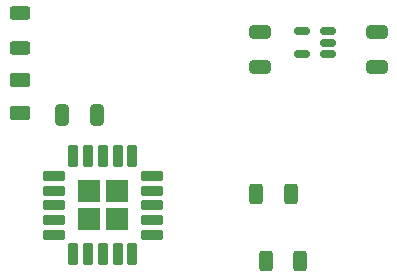
<source format=gbr>
%TF.GenerationSoftware,KiCad,Pcbnew,9.0.2*%
%TF.CreationDate,2025-05-24T10:18:39-07:00*%
%TF.ProjectId,sensor_eval_brd,73656e73-6f72-45f6-9576-616c5f627264,rev?*%
%TF.SameCoordinates,Original*%
%TF.FileFunction,Paste,Top*%
%TF.FilePolarity,Positive*%
%FSLAX46Y46*%
G04 Gerber Fmt 4.6, Leading zero omitted, Abs format (unit mm)*
G04 Created by KiCad (PCBNEW 9.0.2) date 2025-05-24 10:18:39*
%MOMM*%
%LPD*%
G01*
G04 APERTURE LIST*
G04 Aperture macros list*
%AMRoundRect*
0 Rectangle with rounded corners*
0 $1 Rounding radius*
0 $2 $3 $4 $5 $6 $7 $8 $9 X,Y pos of 4 corners*
0 Add a 4 corners polygon primitive as box body*
4,1,4,$2,$3,$4,$5,$6,$7,$8,$9,$2,$3,0*
0 Add four circle primitives for the rounded corners*
1,1,$1+$1,$2,$3*
1,1,$1+$1,$4,$5*
1,1,$1+$1,$6,$7*
1,1,$1+$1,$8,$9*
0 Add four rect primitives between the rounded corners*
20,1,$1+$1,$2,$3,$4,$5,0*
20,1,$1+$1,$4,$5,$6,$7,0*
20,1,$1+$1,$6,$7,$8,$9,0*
20,1,$1+$1,$8,$9,$2,$3,0*%
G04 Aperture macros list end*
%ADD10RoundRect,0.250000X0.312500X0.625000X-0.312500X0.625000X-0.312500X-0.625000X0.312500X-0.625000X0*%
%ADD11RoundRect,0.250000X0.650000X-0.325000X0.650000X0.325000X-0.650000X0.325000X-0.650000X-0.325000X0*%
%ADD12RoundRect,0.250000X0.625000X-0.375000X0.625000X0.375000X-0.625000X0.375000X-0.625000X-0.375000X0*%
%ADD13RoundRect,0.150000X0.512500X0.150000X-0.512500X0.150000X-0.512500X-0.150000X0.512500X-0.150000X0*%
%ADD14RoundRect,0.250001X-0.714999X-0.714999X0.714999X-0.714999X0.714999X0.714999X-0.714999X0.714999X0*%
%ADD15RoundRect,0.212500X-0.737500X-0.212500X0.737500X-0.212500X0.737500X0.212500X-0.737500X0.212500X0*%
%ADD16RoundRect,0.212500X-0.212500X-0.737500X0.212500X-0.737500X0.212500X0.737500X-0.212500X0.737500X0*%
%ADD17RoundRect,0.250000X-0.625000X0.312500X-0.625000X-0.312500X0.625000X-0.312500X0.625000X0.312500X0*%
%ADD18RoundRect,0.250000X0.325000X0.650000X-0.325000X0.650000X-0.325000X-0.650000X0.325000X-0.650000X0*%
G04 APERTURE END LIST*
D10*
%TO.C,R1*%
X156728700Y-100838000D03*
X159653700Y-100838000D03*
%TD*%
%TO.C,R2*%
X155930600Y-95159100D03*
X158855600Y-95159100D03*
%TD*%
D11*
%TO.C,C2*%
X156292400Y-84399800D03*
X156292400Y-81449800D03*
%TD*%
%TO.C,C1*%
X166198400Y-84374400D03*
X166198400Y-81424400D03*
%TD*%
D12*
%TO.C,D1*%
X135940800Y-88318800D03*
X135940800Y-85518800D03*
%TD*%
D13*
%TO.C,IC1*%
X162047200Y-83300800D03*
X162047200Y-82350800D03*
X162047200Y-81400800D03*
X159772200Y-81400800D03*
X159772200Y-83300800D03*
%TD*%
D14*
%TO.C,U1*%
X141745000Y-94919800D03*
X141745000Y-97319800D03*
X144145000Y-94919800D03*
X144145000Y-97319800D03*
D15*
X138795000Y-93619800D03*
X138795000Y-94869800D03*
X138795000Y-96119800D03*
X138795000Y-97369800D03*
X138795000Y-98619800D03*
D16*
X140445000Y-100269800D03*
X141695000Y-100269800D03*
X142945000Y-100269800D03*
X144195000Y-100269800D03*
X145445000Y-100269800D03*
D15*
X147095000Y-98619800D03*
X147095000Y-97369800D03*
X147095000Y-96119800D03*
X147095000Y-94869800D03*
X147095000Y-93619800D03*
D16*
X145445000Y-91969800D03*
X144195000Y-91969800D03*
X142945000Y-91969800D03*
X141695000Y-91969800D03*
X140445000Y-91969800D03*
%TD*%
D17*
%TO.C,R3*%
X135915400Y-79842900D03*
X135915400Y-82767900D03*
%TD*%
D18*
%TO.C,C3*%
X142425000Y-88459800D03*
X139475000Y-88459800D03*
%TD*%
M02*

</source>
